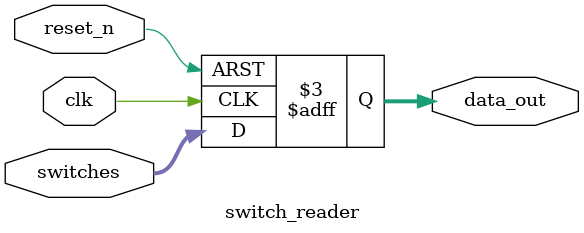
<source format=v>
module switch_reader (
  input clk,
  input reset_n,
  input [3:0] switches,
  output reg [3:0] data_out
);

  always @(posedge clk or negedge reset_n) begin
    if (~reset_n) begin
      data_out <= 0;
    end else begin
      data_out <= switches;
    end
  end

endmodule
</source>
